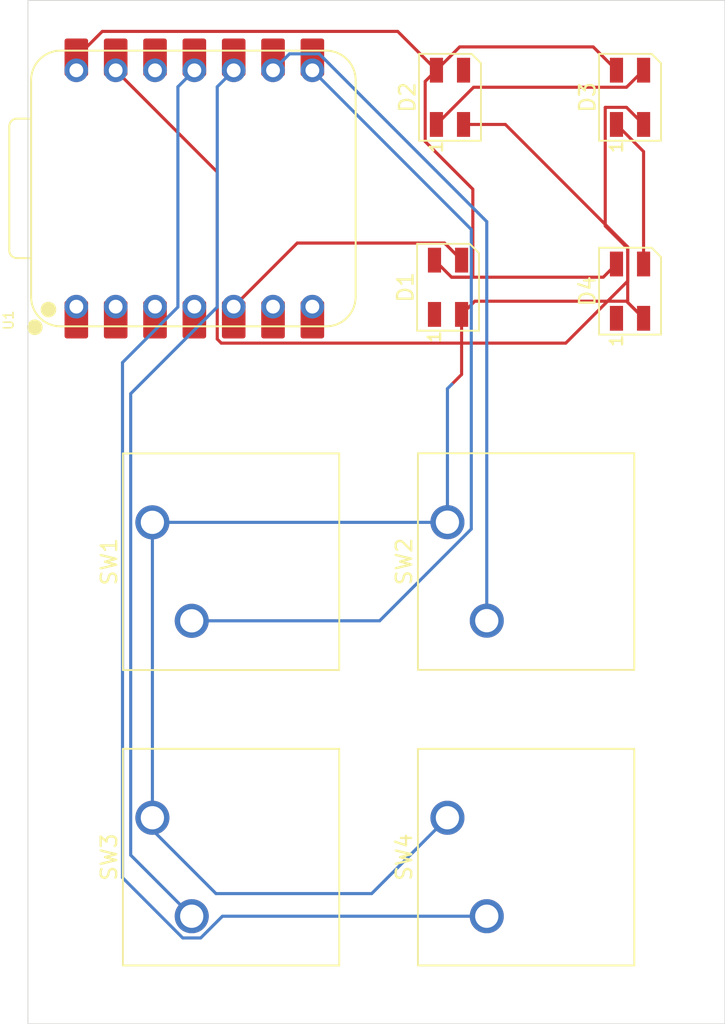
<source format=kicad_pcb>
(kicad_pcb (version 20241229) (generator "pcbnew") (generator_version "9.0")
  (layers (0 "F.Cu" signal) (2 "B.Cu" signal) (13 "F.Paste" user) (15 "B.Paste" user) (5 "F.SilkS" user "F.Silkscreen") (7 "B.SilkS" user "B.Silkscreen") (1 "F.Mask" user) (3 "B.Mask" user) (25 "Edge.Cuts" user))
  (net 0 "")
  (net 1 "GND")
  (net 2 "+5V")
  (net 3 "Net-(D1-DIN)")
  (net 4 "Net-(U1-GPIO1{slash}RX)")
  (net 5 "Net-(U1-GPIO2{slash}SCK)")
  (net 6 "Net-(U1-GPIO4{slash}MISO)")
  (net 7 "Net-(U1-GPIO3{slash}MOSI)")
  (net 15 "Net-(D1-DOUT)")
  (net 16 "Net-(D2-DOUT)")
  (net 17 "Net-(D3-DOUT)")
  (footprint "Button_Switch_Keyboard:SW_Cherry_MX_1.00u_PCB" (layer "F.Cu") (at 58.16 106.71 90)
    (property "Reference" "SW3" (at -2.54 -2.794 90) (layer "F.SilkS"))
    (property "Value" "SW_Push")
    (fp_line (start 4.445 -1.905) (end 4.445 12.065) (stroke (width 0.12)) (layer "F.SilkS"))
    (fp_line (start -9.525 -1.905) (end 4.445 -1.905) (stroke (width 0.12)) (layer "F.SilkS"))
    (fp_line (start 4.445 12.065) (end -9.525 12.065) (stroke (width 0.12)) (layer "F.SilkS"))
    (fp_line (start -9.525 12.065) (end -9.525 -1.905) (stroke (width 0.12)) (layer "F.SilkS"))
    (pad "" np_thru_hole circle (at -7.62 5.08 90) (size 1.7 1.7) (drill 1.7) (layers "*.Cu" "*.Mask"))
    (pad "" np_thru_hole circle (at -2.54 5.08 90) (size 4 4) (drill 4) (layers "*.Cu" "*.Mask"))
    (pad "" np_thru_hole circle (at 2.54 5.08 90) (size 1.7 1.7) (drill 1.7) (layers "*.Cu" "*.Mask"))
    (pad "1" thru_hole circle (at 0 0 90) (size 2.2 2.2) (drill 1.5) (layers "*.Cu" "*.Mask") (net 1 "GND"))
    (pad "2" thru_hole circle (at -6.35 2.54 90) (size 2.2 2.2) (drill 1.5) (layers "*.Cu" "*.Mask") (net 6 "Net-(U1-GPIO4{slash}MISO)"))
  )
  (footprint "LED_SMD:LED_SK6812MINI_PLCC4_3.5x3.5mm_P1.75mm" (layer "F.Cu") (at 89 72.75 90)
    (property "Reference" "D4" (at 0 -2.75 90) (layer "F.SilkS"))
    (property "Value" "SK6812MINI")
    (fp_line (start -2.8 -2) (end 2.8 -2) (stroke (width 0.12)) (layer "F.SilkS"))
    (fp_line (start -2.8 -2) (end -2.8 2) (stroke (width 0.12)) (layer "F.SilkS"))
    (fp_line (start 2.8 1.4) (end 2.8 -2) (stroke (width 0.12)) (layer "F.SilkS"))
    (fp_line (start 2.8 1.4) (end 2.2 2) (stroke (width 0.12)) (layer "F.SilkS"))
    (fp_line (start -2.8 2) (end 2.2 2) (stroke (width 0.12)) (layer "F.SilkS"))
    (fp_text user "1" (at -3.2 -0.875 90) (layer "F.SilkS") (effects (font (size 0.8 0.8))))
    (pad "1" smd rect (at -1.75 -0.875 90) (size 1.6 0.85) (layers "F.Cu" "F.Mask" "F.Paste"))
    (pad "2" smd rect (at -1.75 0.875 90) (size 1.6 0.85) (layers "F.Cu" "F.Mask" "F.Paste") (net 1 "GND"))
    (pad "3" smd rect (at 1.75 0.875 90) (size 1.6 0.85) (layers "F.Cu" "F.Mask" "F.Paste") (net 17 "Net-(D3-DOUT)"))
    (pad "4" smd rect (at 1.75 -0.875 90) (size 1.6 0.85) (layers "F.Cu" "F.Mask" "F.Paste") (net 2 "+5V"))
  )
  (footprint "LED_SMD:LED_SK6812MINI_PLCC4_3.5x3.5mm_P1.75mm" (layer "F.Cu") (at 89 60.25 90)
    (property "Reference" "D3" (at 0 -2.75 90) (layer "F.SilkS"))
    (property "Value" "SK6812MINI")
    (fp_line (start -2.8 -2) (end 2.8 -2) (stroke (width 0.12)) (layer "F.SilkS"))
    (fp_line (start -2.8 -2) (end -2.8 2) (stroke (width 0.12)) (layer "F.SilkS"))
    (fp_line (start 2.8 1.4) (end 2.8 -2) (stroke (width 0.12)) (layer "F.SilkS"))
    (fp_line (start 2.8 1.4) (end 2.2 2) (stroke (width 0.12)) (layer "F.SilkS"))
    (fp_line (start -2.8 2) (end 2.2 2) (stroke (width 0.12)) (layer "F.SilkS"))
    (fp_text user "1" (at -3.2 -0.875 90) (layer "F.SilkS") (effects (font (size 0.8 0.8))))
    (pad "1" smd rect (at -1.75 -0.875 90) (size 1.6 0.85) (layers "F.Cu" "F.Mask" "F.Paste") (net 17 "Net-(D3-DOUT)"))
    (pad "2" smd rect (at -1.75 0.875 90) (size 1.6 0.85) (layers "F.Cu" "F.Mask" "F.Paste") (net 1 "GND"))
    (pad "3" smd rect (at 1.75 0.875 90) (size 1.6 0.85) (layers "F.Cu" "F.Mask" "F.Paste") (net 16 "Net-(D2-DOUT)"))
    (pad "4" smd rect (at 1.75 -0.875 90) (size 1.6 0.85) (layers "F.Cu" "F.Mask" "F.Paste") (net 2 "+5V"))
  )
  (footprint "LED_SMD:LED_SK6812MINI_PLCC4_3.5x3.5mm_P1.75mm" (layer "F.Cu") (at 77.375 60.25 90)
    (property "Reference" "D2" (at 0 -2.75 90) (layer "F.SilkS"))
    (property "Value" "SK6812MINI")
    (fp_line (start -2.8 -2) (end 2.8 -2) (stroke (width 0.12)) (layer "F.SilkS"))
    (fp_line (start -2.8 -2) (end -2.8 2) (stroke (width 0.12)) (layer "F.SilkS"))
    (fp_line (start 2.8 1.4) (end 2.8 -2) (stroke (width 0.12)) (layer "F.SilkS"))
    (fp_line (start 2.8 1.4) (end 2.2 2) (stroke (width 0.12)) (layer "F.SilkS"))
    (fp_line (start -2.8 2) (end 2.2 2) (stroke (width 0.12)) (layer "F.SilkS"))
    (fp_text user "1" (at -3.2 -0.875 90) (layer "F.SilkS") (effects (font (size 0.8 0.8))))
    (pad "1" smd rect (at -1.75 -0.875 90) (size 1.6 0.85) (layers "F.Cu" "F.Mask" "F.Paste") (net 16 "Net-(D2-DOUT)"))
    (pad "2" smd rect (at -1.75 0.875 90) (size 1.6 0.85) (layers "F.Cu" "F.Mask" "F.Paste") (net 1 "GND"))
    (pad "3" smd rect (at 1.75 0.875 90) (size 1.6 0.85) (layers "F.Cu" "F.Mask" "F.Paste") (net 15 "Net-(D1-DOUT)"))
    (pad "4" smd rect (at 1.75 -0.875 90) (size 1.6 0.85) (layers "F.Cu" "F.Mask" "F.Paste") (net 2 "+5V"))
  )
  (footprint "OPL:XIAO-RP2040-DIP" (layer "F.Cu") (at 60.87 66.13 90)
    (property "Reference" "U1" (at -8.5 -12 90) (layer "F.SilkS") (effects (font (size 0.635 0.635) (thickness 0.1016))))
    (property "Value" "XIAO-RP2040-DIP")
    (fp_line (start -3.991272 -11.951) (end 4.004 -11.951) (stroke (width 0.127)) (layer "F.SilkS"))
    (fp_line (start 4.504 -11.451) (end 4.504 -10.541) (stroke (width 0.127)) (layer "F.SilkS"))
    (fp_line (start 6.985 -10.541) (end -6.985 -10.541) (stroke (width 0.1)) (layer "F.SilkS"))
    (fp_line (start 6.985 -10.541) (end -6.985 -10.541) (stroke (width 0.127)) (layer "F.SilkS"))
    (fp_line (start -4.495 -10.541) (end -4.491272 -11.451272) (stroke (width 0.127)) (layer "F.SilkS"))
    (fp_line (start 8.89 8.509) (end 8.89 -8.636) (stroke (width 0.127)) (layer "F.SilkS"))
    (fp_line (start -8.89 8.509) (end -8.89 -8.636) (stroke (width 0.127)) (layer "F.SilkS"))
    (fp_line (start -6.985 10.414) (end 6.985 10.414) (stroke (width 0.127)) (layer "F.SilkS"))
    (fp_arc (start 4.004 -11.951) (mid 4.357553 -11.804553) (end 4.504 -11.451) (stroke (width 0.127)) (layer "F.SilkS"))
    (fp_arc (start -4.491272 -11.451272) (mid -4.344728 -11.80464) (end -3.991272 -11.951) (stroke (width 0.127)) (layer "F.SilkS"))
    (fp_arc (start 6.985 -10.541) (mid 8.332038 -9.983038) (end 8.89 -8.636) (stroke (width 0.127)) (layer "F.SilkS"))
    (fp_arc (start -8.89 -8.636) (mid -8.332038 -9.983038) (end -6.985 -10.541) (stroke (width 0.127)) (layer "F.SilkS"))
    (fp_arc (start 8.89 8.509) (mid 8.332038 9.856038) (end 6.985 10.414) (stroke (width 0.127)) (layer "F.SilkS"))
    (fp_arc (start -6.985 10.414) (mid -8.332038 9.856038) (end -8.89 8.509) (stroke (width 0.127)) (layer "F.SilkS"))
    (fp_circle (center -8.95 -10.3) (end -8.95 -10.554) (stroke (width 0.5)) (fill yes) (layer "F.SilkS"))
    (fp_circle (center -7.807 -9.42) (end -7.807 -9.674) (stroke (width 0.5)) (fill yes) (layer "F.SilkS"))
    (pad "1" smd roundrect (at -8.455 -7.62 270) (size 2.432 1.524) (layers "F.Cu" "F.Mask") (roundrect_rratio 0.1))
    (pad "1" thru_hole circle (at -7.62 -7.62 270) (size 1.524 1.524) (drill 0.889) (layers "*.Cu" "*.Mask"))
    (pad "2" smd roundrect (at -8.455 -5.08 270) (size 2.432 1.524) (layers "F.Cu" "F.Mask") (roundrect_rratio 0.1))
    (pad "2" thru_hole circle (at -7.62 -5.08 270) (size 1.524 1.524) (drill 0.889) (layers "*.Cu" "*.Mask"))
    (pad "3" smd roundrect (at -8.455 -2.54 270) (size 2.432 1.524) (layers "F.Cu" "F.Mask") (roundrect_rratio 0.1))
    (pad "3" thru_hole circle (at -7.62 -2.54 270) (size 1.524 1.524) (drill 0.889) (layers "*.Cu" "*.Mask"))
    (pad "4" smd roundrect (at -8.455 0 270) (size 2.432 1.524) (layers "F.Cu" "F.Mask") (roundrect_rratio 0.1))
    (pad "4" thru_hole circle (at -7.62 0 270) (size 1.524 1.524) (drill 0.889) (layers "*.Cu" "*.Mask"))
    (pad "5" smd roundrect (at -8.455 2.54 270) (size 2.432 1.524) (layers "F.Cu" "F.Mask") (roundrect_rratio 0.1) (net 3 "Net-(D1-DIN)"))
    (pad "5" thru_hole circle (at -7.62 2.54 270) (size 1.524 1.524) (drill 0.889) (layers "*.Cu" "*.Mask") (net 3 "Net-(D1-DIN)"))
    (pad "6" smd roundrect (at -8.455 5.08 270) (size 2.432 1.524) (layers "F.Cu" "F.Mask") (roundrect_rratio 0.1))
    (pad "6" thru_hole circle (at -7.62 5.08 270) (size 1.524 1.524) (drill 0.889) (layers "*.Cu" "*.Mask"))
    (pad "7" smd roundrect (at -8.455 7.62 270) (size 2.432 1.524) (layers "F.Cu" "F.Mask") (roundrect_rratio 0.1))
    (pad "7" thru_hole circle (at -7.62 7.62 270) (size 1.524 1.524) (drill 0.889) (layers "*.Cu" "*.Mask"))
    (pad "8" thru_hole circle (at 7.62 7.62 90) (size 1.524 1.524) (drill 0.889) (layers "*.Cu" "*.Mask") (net 4 "Net-(U1-GPIO1{slash}RX)"))
    (pad "8" smd roundrect (at 8.455 7.62 90) (size 2.432 1.524) (layers "F.Cu" "F.Mask") (roundrect_rratio 0.1) (net 4 "Net-(U1-GPIO1{slash}RX)"))
    (pad "9" thru_hole circle (at 7.62 5.08 90) (size 1.524 1.524) (drill 0.889) (layers "*.Cu" "*.Mask") (net 5 "Net-(U1-GPIO2{slash}SCK)"))
    (pad "9" smd roundrect (at 8.455 5.08 90) (size 2.432 1.524) (layers "F.Cu" "F.Mask") (roundrect_rratio 0.1) (net 5 "Net-(U1-GPIO2{slash}SCK)"))
    (pad "10" thru_hole circle (at 7.62 2.54 90) (size 1.524 1.524) (drill 0.889) (layers "*.Cu" "*.Mask") (net 6 "Net-(U1-GPIO4{slash}MISO)"))
    (pad "10" smd roundrect (at 8.455 2.54 90) (size 2.432 1.524) (layers "F.Cu" "F.Mask") (roundrect_rratio 0.1) (net 6 "Net-(U1-GPIO4{slash}MISO)"))
    (pad "11" thru_hole circle (at 7.62 0 90) (size 1.524 1.524) (drill 0.889) (layers "*.Cu" "*.Mask") (net 7 "Net-(U1-GPIO3{slash}MOSI)"))
    (pad "11" smd roundrect (at 8.455 0 90) (size 2.432 1.524) (layers "F.Cu" "F.Mask") (roundrect_rratio 0.1) (net 7 "Net-(U1-GPIO3{slash}MOSI)"))
    (pad "12" thru_hole circle (at 7.62 -2.54 90) (size 1.524 1.524) (drill 0.889) (layers "*.Cu" "*.Mask"))
    (pad "12" smd roundrect (at 8.455 -2.54 90) (size 2.432 1.524) (layers "F.Cu" "F.Mask") (roundrect_rratio 0.1))
    (pad "13" thru_hole circle (at 7.62 -5.08 90) (size 1.524 1.524) (drill 0.889) (layers "*.Cu" "*.Mask") (net 1 "GND"))
    (pad "13" smd roundrect (at 8.455 -5.08 90) (size 2.432 1.524) (layers "F.Cu" "F.Mask") (roundrect_rratio 0.1) (net 1 "GND"))
    (pad "14" thru_hole circle (at 7.62 -7.62 90) (size 1.524 1.524) (drill 0.889) (layers "*.Cu" "*.Mask") (net 2 "+5V"))
    (pad "14" smd roundrect (at 8.455 -7.62 90) (size 2.432 1.524) (layers "F.Cu" "F.Mask") (roundrect_rratio 0.1) (net 2 "+5V"))
  )
  (footprint "Button_Switch_Keyboard:SW_Cherry_MX_1.00u_PCB" (layer "F.Cu") (at 77.21 87.65 90)
    (property "Reference" "SW2" (at -2.54 -2.794 90) (layer "F.SilkS"))
    (property "Value" "SW_Push")
    (fp_line (start 4.445 -1.905) (end 4.445 12.065) (stroke (width 0.12)) (layer "F.SilkS"))
    (fp_line (start -9.525 -1.905) (end 4.445 -1.905) (stroke (width 0.12)) (layer "F.SilkS"))
    (fp_line (start 4.445 12.065) (end -9.525 12.065) (stroke (width 0.12)) (layer "F.SilkS"))
    (fp_line (start -9.525 12.065) (end -9.525 -1.905) (stroke (width 0.12)) (layer "F.SilkS"))
    (pad "" np_thru_hole circle (at -7.62 5.08 90) (size 1.7 1.7) (drill 1.7) (layers "*.Cu" "*.Mask"))
    (pad "" np_thru_hole circle (at -2.54 5.08 90) (size 4 4) (drill 4) (layers "*.Cu" "*.Mask"))
    (pad "" np_thru_hole circle (at 2.54 5.08 90) (size 1.7 1.7) (drill 1.7) (layers "*.Cu" "*.Mask"))
    (pad "1" thru_hole circle (at 0 0 90) (size 2.2 2.2) (drill 1.5) (layers "*.Cu" "*.Mask") (net 1 "GND"))
    (pad "2" thru_hole circle (at -6.35 2.54 90) (size 2.2 2.2) (drill 1.5) (layers "*.Cu" "*.Mask") (net 5 "Net-(U1-GPIO2{slash}SCK)"))
  )
  (footprint "Button_Switch_Keyboard:SW_Cherry_MX_1.00u_PCB" (layer "F.Cu") (at 77.21 106.71 90)
    (property "Reference" "SW4" (at -2.54 -2.794 90) (layer "F.SilkS"))
    (property "Value" "SW_Push")
    (fp_line (start 4.445 -1.905) (end 4.445 12.065) (stroke (width 0.12)) (layer "F.SilkS"))
    (fp_line (start -9.525 -1.905) (end 4.445 -1.905) (stroke (width 0.12)) (layer "F.SilkS"))
    (fp_line (start 4.445 12.065) (end -9.525 12.065) (stroke (width 0.12)) (layer "F.SilkS"))
    (fp_line (start -9.525 12.065) (end -9.525 -1.905) (stroke (width 0.12)) (layer "F.SilkS"))
    (pad "" np_thru_hole circle (at -7.62 5.08 90) (size 1.7 1.7) (drill 1.7) (layers "*.Cu" "*.Mask"))
    (pad "" np_thru_hole circle (at -2.54 5.08 90) (size 4 4) (drill 4) (layers "*.Cu" "*.Mask"))
    (pad "" np_thru_hole circle (at 2.54 5.08 90) (size 1.7 1.7) (drill 1.7) (layers "*.Cu" "*.Mask"))
    (pad "1" thru_hole circle (at 0 0 90) (size 2.2 2.2) (drill 1.5) (layers "*.Cu" "*.Mask") (net 1 "GND"))
    (pad "2" thru_hole circle (at -6.35 2.54 90) (size 2.2 2.2) (drill 1.5) (layers "*.Cu" "*.Mask") (net 7 "Net-(U1-GPIO3{slash}MOSI)"))
  )
  (footprint "Button_Switch_Keyboard:SW_Cherry_MX_1.00u_PCB" (layer "F.Cu") (at 58.16 87.66 90)
    (property "Reference" "SW1" (at -2.54 -2.794 90) (layer "F.SilkS"))
    (property "Value" "SW_Push")
    (fp_line (start 4.445 -1.905) (end 4.445 12.065) (stroke (width 0.12)) (layer "F.SilkS"))
    (fp_line (start -9.525 -1.905) (end 4.445 -1.905) (stroke (width 0.12)) (layer "F.SilkS"))
    (fp_line (start 4.445 12.065) (end -9.525 12.065) (stroke (width 0.12)) (layer "F.SilkS"))
    (fp_line (start -9.525 12.065) (end -9.525 -1.905) (stroke (width 0.12)) (layer "F.SilkS"))
    (pad "" np_thru_hole circle (at -7.62 5.08 90) (size 1.7 1.7) (drill 1.7) (layers "*.Cu" "*.Mask"))
    (pad "" np_thru_hole circle (at -2.54 5.08 90) (size 4 4) (drill 4) (layers "*.Cu" "*.Mask"))
    (pad "" np_thru_hole circle (at 2.54 5.08 90) (size 1.7 1.7) (drill 1.7) (layers "*.Cu" "*.Mask"))
    (pad "1" thru_hole circle (at 0 0 90) (size 2.2 2.2) (drill 1.5) (layers "*.Cu" "*.Mask") (net 1 "GND"))
    (pad "2" thru_hole circle (at -6.35 2.54 90) (size 2.2 2.2) (drill 1.5) (layers "*.Cu" "*.Mask") (net 4 "Net-(U1-GPIO1{slash}RX)"))
  )
  (footprint "LED_SMD:LED_SK6812MINI_PLCC4_3.5x3.5mm_P1.75mm" (layer "F.Cu") (at 77.25 72.5 90)
    (property "Reference" "D1" (at 0 -2.75 90) (layer "F.SilkS"))
    (property "Value" "SK6812MINI")
    (fp_line (start -2.8 -2) (end 2.8 -2) (stroke (width 0.12)) (layer "F.SilkS"))
    (fp_line (start -2.8 -2) (end -2.8 2) (stroke (width 0.12)) (layer "F.SilkS"))
    (fp_line (start 2.8 1.4) (end 2.8 -2) (stroke (width 0.12)) (layer "F.SilkS"))
    (fp_line (start 2.8 1.4) (end 2.2 2) (stroke (width 0.12)) (layer "F.SilkS"))
    (fp_line (start -2.8 2) (end 2.2 2) (stroke (width 0.12)) (layer "F.SilkS"))
    (fp_text user "1" (at -3.2 -0.875 90) (layer "F.SilkS") (effects (font (size 0.8 0.8))))
    (pad "1" smd rect (at -1.75 -0.875 90) (size 1.6 0.85) (layers "F.Cu" "F.Mask" "F.Paste") (net 15 "Net-(D1-DOUT)"))
    (pad "2" smd rect (at -1.75 0.875 90) (size 1.6 0.85) (layers "F.Cu" "F.Mask" "F.Paste") (net 1 "GND"))
    (pad "3" smd rect (at 1.75 0.875 90) (size 1.6 0.85) (layers "F.Cu" "F.Mask" "F.Paste") (net 3 "Net-(D1-DIN)"))
    (pad "4" smd rect (at 1.75 -0.875 90) (size 1.6 0.85) (layers "F.Cu" "F.Mask" "F.Paste") (net 2 "+5V"))
  )
  (gr_rect (start 50.125 54) (end 95.125 120) (stroke (width 0.05)) (fill no) (layer "Edge.Cuts"))
  (segment (start 88.851 69.899) (end 80.952 62) (width 0.2) (layer "F.Cu") (net 1))
  (segment (start 55.79 58.51) (end 62.347 65.067) (width 0.2) (layer "F.Cu") (net 1))
  (segment (start 88.851 72.101) (end 88.851 69.899) (width 0.2) (layer "F.Cu") (net 1))
  (segment (start 88.851 70.25) (end 88.851 73.476) (width 0.2) (layer "F.Cu") (net 1))
  (segment (start 89.875 62) (end 88.774 60.899) (width 0.2) (layer "F.Cu") (net 1))
  (segment (start 89.875 74.5) (end 88.774 73.399) (width 0.2) (layer "F.Cu") (net 1))
  (segment (start 88.774 60.899) (end 87.399 60.899) (width 0.2) (layer "F.Cu") (net 1))
  (segment (start 87.399 60.899) (end 87.399 68.548) (width 0.2) (layer "F.Cu") (net 1))
  (segment (start 78.976 73.399) (end 78.125 74.25) (width 0.2) (layer "F.Cu") (net 1))
  (segment (start 80.952 62) (end 78.25 62) (width 0.2) (layer "F.Cu") (net 1))
  (segment (start 78.125 78.125) (end 77.5 78.75) (width 0.2) (layer "F.Cu") (net 1))
  (segment (start 62.347 65.067) (end 62.347 75.840626) (width 0.2) (layer "F.Cu") (net 1))
  (segment (start 62.608374 76.102) (end 84.85 76.102) (width 0.2) (layer "F.Cu") (net 1))
  (segment (start 84.85 76.102) (end 88.851 72.101) (width 0.2) (layer "F.Cu") (net 1))
  (segment (start 88.851 70) (end 88.851 70.25) (width 0.2) (layer "F.Cu") (net 1))
  (segment (start 88.851 73.476) (end 89.875 74.5) (width 0.2) (layer "F.Cu") (net 1))
  (segment (start 87.399 68.548) (end 88.851 70) (width 0.2) (layer "F.Cu") (net 1))
  (segment (start 62.347 75.840626) (end 62.608374 76.102) (width 0.2) (layer "F.Cu") (net 1))
  (segment (start 78.125 74.25) (end 78.125 78.125) (width 0.2) (layer "F.Cu") (net 1))
  (segment (start 88.851 69.899) (end 88.851 70.25) (width 0.2) (layer "F.Cu") (net 1))
  (segment (start 88.774 73.399) (end 78.976 73.399) (width 0.2) (layer "F.Cu") (net 1))
  (segment (start 58.16 106.71) (end 58.16 87.66) (width 0.2) (layer "B.Cu") (net 1))
  (segment (start 77.21 79.04) (end 77.5 78.75) (width 0.2) (layer "B.Cu") (net 1))
  (segment (start 72.319 111.601) (end 62.266184 111.601) (width 0.2) (layer "B.Cu") (net 1))
  (segment (start 77.21 87.65) (end 77.21 79.04) (width 0.2) (layer "B.Cu") (net 1))
  (segment (start 77.21 106.71) (end 72.319 111.601) (width 0.2) (layer "B.Cu") (net 1))
  (segment (start 58.16 87.66) (end 77.2 87.66) (width 0.2) (layer "B.Cu") (net 1))
  (segment (start 77.2 87.66) (end 77.21 87.65) (width 0.2) (layer "B.Cu") (net 1))
  (segment (start 58.16 107.494816) (end 58.16 106.71) (width 0.2) (layer "B.Cu") (net 1))
  (segment (start 62.266184 111.601) (end 58.16 107.494816) (width 0.2) (layer "B.Cu") (net 1))
  (segment (start 77.476 71.851) (end 78.851 71.851) (width 0.2) (layer "F.Cu") (net 2))
  (segment (start 78.851 66.178) (end 75.774 63.101) (width 0.2) (layer "F.Cu") (net 2))
  (segment (start 76.375 70.75) (end 77.476 71.851) (width 0.2) (layer "F.Cu") (net 2))
  (segment (start 87.274 71.851) (end 77.476 71.851) (width 0.2) (layer "F.Cu") (net 2))
  (segment (start 88.125 58.5) (end 86.625 57) (width 0.2) (layer "F.Cu") (net 2))
  (segment (start 74 56) (end 54.925 56) (width 0.2) (layer "F.Cu") (net 2))
  (segment (start 78.851 71.851) (end 78.851 66.178) (width 0.2) (layer "F.Cu") (net 2))
  (segment (start 54.925 56) (end 53.25 57.675) (width 0.2) (layer "F.Cu") (net 2))
  (segment (start 88.125 71) (end 87.274 71.851) (width 0.2) (layer "F.Cu") (net 2))
  (segment (start 75.774 63.101) (end 75.774 59.226) (width 0.2) (layer "F.Cu") (net 2))
  (segment (start 78 57) (end 76.5 58.5) (width 0.2) (layer "F.Cu") (net 2))
  (segment (start 75.774 59.226) (end 76.5 58.5) (width 0.2) (layer "F.Cu") (net 2))
  (segment (start 86.625 57) (end 78 57) (width 0.2) (layer "F.Cu") (net 2))
  (segment (start 76.5 58.5) (end 74 56) (width 0.2) (layer "F.Cu") (net 2))
  (segment (start 67.511 69.649) (end 63.41 73.75) (width 0.2) (layer "F.Cu") (net 3))
  (segment (start 78.125 70.75) (end 77.024 69.649) (width 0.2) (layer "F.Cu") (net 3))
  (segment (start 77.024 69.649) (end 67.511 69.649) (width 0.2) (layer "F.Cu") (net 3))
  (segment (start 78.75 68.77) (end 68.49 58.51) (width 0.2) (layer "B.Cu") (net 4))
  (segment (start 60.7 94.01) (end 72.831314 94.01) (width 0.2) (layer "B.Cu") (net 4))
  (segment (start 78.75 88.091314) (end 78.75 68.77) (width 0.2) (layer "B.Cu") (net 4))
  (segment (start 72.831314 94.01) (end 78.75 88.091314) (width 0.2) (layer "B.Cu") (net 4))
  (segment (start 68.93031 57.447) (end 67.013 57.447) (width 0.2) (layer "B.Cu") (net 5))
  (segment (start 79.75 68.26669) (end 68.93031 57.447) (width 0.2) (layer "B.Cu") (net 5))
  (segment (start 67.013 57.447) (end 65.95 58.51) (width 0.2) (layer "B.Cu") (net 5))
  (segment (start 79.75 94) (end 79.75 68.26669) (width 0.2) (layer "B.Cu") (net 5))
  (segment (start 62.347 59.573) (end 63.41 58.51) (width 0.2) (layer "B.Cu") (net 6))
  (segment (start 62.347 73.77631) (end 62.347 59.573) (width 0.2) (layer "B.Cu") (net 6))
  (segment (start 56.759 109.119) (end 56.759 79.36431) (width 0.2) (layer "B.Cu") (net 6))
  (segment (start 60.7 113.06) (end 56.759 109.119) (width 0.2) (layer "B.Cu") (net 6))
  (segment (start 56.759 79.36431) (end 62.347 73.77631) (width 0.2) (layer "B.Cu") (net 6))
  (segment (start 61.280314 114.461) (end 60.119686 114.461) (width 0.2) (layer "B.Cu") (net 7))
  (segment (start 59.807 73.77631) (end 59.807 59.573) (width 0.2) (layer "B.Cu") (net 7))
  (segment (start 59.807 59.573) (end 60.87 58.51) (width 0.2) (layer "B.Cu") (net 7))
  (segment (start 79.75 113.06) (end 62.681314 113.06) (width 0.2) (layer "B.Cu") (net 7))
  (segment (start 60.119686 114.461) (end 56.23031 110.571624) (width 0.2) (layer "B.Cu") (net 7))
  (segment (start 56.23031 110.571624) (end 56.23031 77.353) (width 0.2) (layer "B.Cu") (net 7))
  (segment (start 56.23031 77.353) (end 59.807 73.77631) (width 0.2) (layer "B.Cu") (net 7))
  (segment (start 62.681314 113.06) (end 61.280314 114.461) (width 0.2) (layer "B.Cu") (net 7))
  (segment (start 89.875 58.5) (end 88.774 59.601) (width 0.2) (layer "F.Cu") (net 16))
  (segment (start 78.899 59.601) (end 76.5 62) (width 0.2) (layer "F.Cu") (net 16))
  (segment (start 88.774 59.601) (end 78.899 59.601) (width 0.2) (layer "F.Cu") (net 16))
  (segment (start 89.875 71) (end 89.875 63.75) (width 0.2) (layer "F.Cu") (net 17))
  (segment (start 89.875 63.75) (end 88.125 62) (width 0.2) (layer "F.Cu") (net 17))
)
</source>
